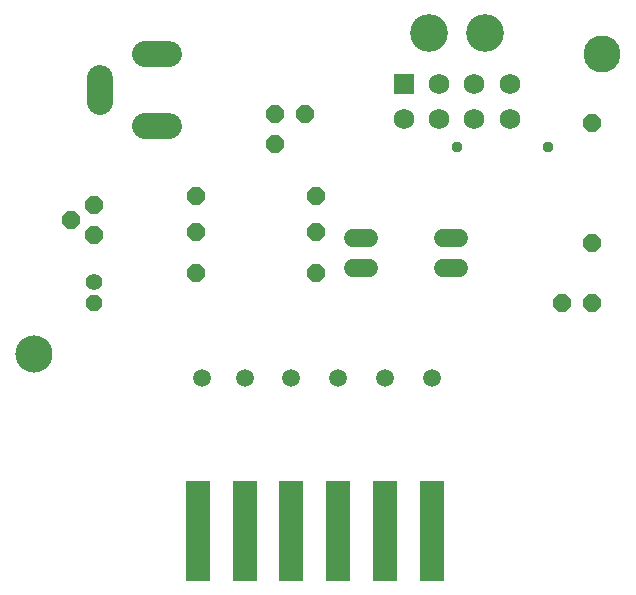
<source format=gbr>
G04 EAGLE Gerber X2 export*
%TF.Part,Single*%
%TF.FileFunction,Soldermask,Top,1*%
%TF.FilePolarity,Negative*%
%TF.GenerationSoftware,Autodesk,EAGLE,8.6.0*%
%TF.CreationDate,2018-11-01T12:35:15Z*%
G75*
%MOMM*%
%FSLAX34Y34*%
%LPD*%
%AMOC8*
5,1,8,0,0,1.08239X$1,22.5*%
G01*
%ADD10C,3.149600*%
%ADD11C,3.124200*%
%ADD12P,1.539592X8X292.500000*%
%ADD13C,1.422400*%
%ADD14P,1.649562X8X112.500000*%
%ADD15C,2.203200*%
%ADD16R,2.108200X8.458200*%
%ADD17C,1.524000*%
%ADD18P,1.649562X8X22.500000*%
%ADD19C,1.733200*%
%ADD20R,1.733200X1.733200*%
%ADD21C,3.203200*%
%ADD22P,1.649562X8X202.500000*%
%ADD23C,1.503200*%
%ADD24C,0.959600*%


D10*
X48260Y198120D03*
D11*
X529590Y452120D03*
D12*
X99060Y241300D03*
D13*
X99060Y259080D03*
D14*
X99060Y323850D03*
X80010Y311150D03*
X99060Y298450D03*
D15*
X142400Y390640D02*
X162400Y390640D01*
X162400Y451640D02*
X142400Y451640D01*
X104400Y431640D02*
X104400Y411640D01*
D16*
X385318Y48260D03*
X345694Y48260D03*
X306070Y48260D03*
X266446Y48260D03*
X226822Y48260D03*
X187198Y48260D03*
D17*
X318516Y295910D02*
X331724Y295910D01*
X331724Y270510D02*
X318516Y270510D01*
X394716Y270510D02*
X407924Y270510D01*
X407924Y295910D02*
X394716Y295910D01*
D18*
X185420Y266700D03*
X287020Y266700D03*
D19*
X391400Y426700D03*
X391400Y396700D03*
X421400Y426700D03*
X421400Y396700D03*
D20*
X361400Y426700D03*
D19*
X451400Y426700D03*
X361400Y396700D03*
X451400Y396700D03*
D21*
X382900Y469900D03*
X429900Y469900D03*
D22*
X278130Y401320D03*
X252730Y401320D03*
X252730Y375920D03*
X287020Y331470D03*
X185420Y331470D03*
X287020Y300990D03*
X185420Y300990D03*
D18*
X495300Y241300D03*
X520700Y241300D03*
D14*
X520700Y292100D03*
X520700Y393700D03*
D23*
X226822Y177800D03*
X306070Y177800D03*
D24*
X483870Y373380D03*
D23*
X345694Y177800D03*
X385318Y177800D03*
X190500Y177800D03*
X266446Y177800D03*
D24*
X406256Y373380D03*
M02*

</source>
